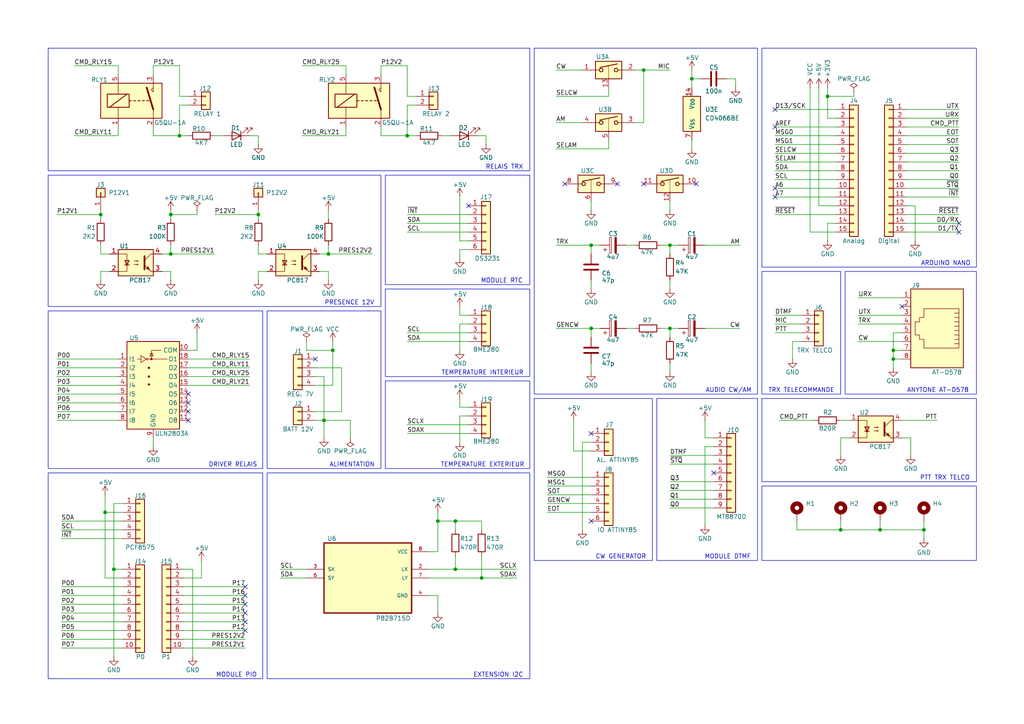
<source format=kicad_sch>
(kicad_sch (version 20250114) (generator "eeschema") (generator_version "9.0")
  (paper "A4")
  (title_block (title "Interface DTMF Remote AT-D578") (date "2025-09-17") (rev "1B") (company "F1ZIC - Nicolas F4ISE"))
  (rectangle (start 111.76 110.49) (end 153.67 135.89))
  (rectangle (start 154.94 115.57) (end 189.23 162.56))
  (rectangle (start 154.94 13.97) (end 219.71 114.3))
  (rectangle (start 13.97 90.17) (end 76.2 135.89))
  (rectangle (start 245.11 78.74) (end 283.21 114.3))
  (rectangle (start 111.76 50.8) (end 153.67 82.55))
  (rectangle (start 220.98 13.97) (end 283.21 77.47))
  (rectangle (start 111.76 83.82) (end 153.67 109.22))
  (rectangle (start 13.97 137.16) (end 76.2 196.85))
  (rectangle (start 190.5 115.57) (end 219.71 162.56))
  (rectangle (start 77.47 137.16) (end 153.67 196.85))
  (rectangle (start 220.98 140.97) (end 283.21 162.56))
  (rectangle (start 77.47 90.17) (end 110.49 135.89))
  (rectangle (start 13.97 50.8) (end 110.49 88.9))
  (rectangle (start 13.97 13.97) (end 153.67 49.53))
  (rectangle (start 220.98 115.57) (end 283.21 139.7))
  (rectangle (start 220.98 78.74) (end 243.84 114.3))
  (text "ALIMENTATION" (at 102.108 134.874 0) (effects (font (size 1.27 1.27))))
  (text "ARDUINO NANO" (at 274.32 76.454 0) (effects (font (size 1.27 1.27))))
  (text "AUDIO CW/AM" (at 211.328 113.284 0) (effects (font (size 1.27 1.27))))
  (text "DRIVER RELAIS" (at 67.564 134.874 0) (effects (font (size 1.27 1.27))))
  (text "TEMPERATURE EXTERIEUR" (at 139.954 134.874 0) (effects (font (size 1.27 1.27))))
  (text "ANYTONE AT-D578" (at 272.034 113.284 0) (effects (font (size 1.27 1.27))))
  (text "TEMPERATURE INTERIEUR" (at 139.954 108.204 0) (effects (font (size 1.27 1.27))))
  (text "TRX TELECOMMANDE" (at 232.41 113.284 0) (effects (font (size 1.27 1.27))))
  (text "MODULE DTMF" (at 211.074 161.544 0) (effects (font (size 1.27 1.27))))
  (text "MODULE RTC" (at 145.542 81.534 0) (effects (font (size 1.27 1.27))))
  (text "EXTENSION I2C" (at 144.526 195.834 0) (effects (font (size 1.27 1.27))))
  (text "PRESENCE 12V" (at 101.346 87.884 0) (effects (font (size 1.27 1.27))))
  (text "PTT TRX TELCO" (at 274.066 138.684 0) (effects (font (size 1.27 1.27))))
  (text "RELAIS TRX" (at 146.304 48.514 0) (effects (font (size 1.27 1.27))))
  (text "CW GENERATOR" (at 180.086 161.544 0) (effects (font (size 1.27 1.27))))
  (text "MODULE PIO" (at 68.58 195.834 0) (effects (font (size 1.27 1.27))))
  (junction (at 243.84 153.67))
  (junction (at 49.53 62.23))
  (junction (at 52.07 39.37))
  (junction (at 127 151.13))
  (junction (at 96.52 101.6))
  (junction (at 29.21 62.23))
  (junction (at 93.98 121.92))
  (junction (at 132.08 151.13))
  (junction (at 259.08 104.14))
  (junction (at 132.08 165.1))
  (junction (at 49.53 73.66))
  (junction (at 255.27 153.67))
  (junction (at 139.7 167.64))
  (junction (at 95.25 73.66))
  (junction (at 118.11 39.37))
  (junction (at 33.02 165.1))
  (junction (at 194.31 71.12))
  (junction (at 30.48 148.59))
  (junction (at 267.97 153.67))
  (junction (at 171.45 71.12))
  (junction (at 74.93 62.23))
  (junction (at 259.08 101.6))
  (junction (at 194.31 95.25))
  (junction (at 171.45 95.25))
  (junction (at 240.03 27.94))
  (junction (at 200.66 22.86))
  (junction (at 186.69 20.32))
  (no_connect (at 171.45 151.13))
  (no_connect (at 278.13 64.77))
  (no_connect (at 261.62 88.9))
  (no_connect (at 54.61 121.92))
  (no_connect (at 135.89 59.69))
  (no_connect (at 71.12 170.18))
  (no_connect (at 278.13 67.31))
  (no_connect (at 224.79 31.75))
  (no_connect (at 224.79 57.15))
  (no_connect (at 186.69 53.34))
  (no_connect (at 163.83 53.34))
  (no_connect (at 71.12 182.88))
  (no_connect (at 54.61 116.84))
  (no_connect (at 71.12 172.72))
  (no_connect (at 207.01 137.16))
  (no_connect (at 224.79 36.83))
  (no_connect (at 54.61 114.3))
  (no_connect (at 54.61 119.38))
  (no_connect (at 71.12 175.26))
  (no_connect (at 71.12 177.8))
  (no_connect (at 201.93 53.34))
  (no_connect (at 179.07 53.34))
  (no_connect (at 71.12 180.34))
  (no_connect (at 224.79 54.61))
  (no_connect (at 91.44 104.14))
  (no_connect (at 171.45 125.73))
  (wire (pts (xy 262.89 64.77) (xy 278.13 64.77)))
  (wire (pts (xy 16.51 111.76) (xy 34.29 111.76)))
  (wire (pts (xy 49.53 60.96) (xy 49.53 62.23)))
  (wire (pts (xy 49.53 71.12) (xy 49.53 73.66)))
  (wire (pts (xy 264.16 127) (xy 264.16 132.08)))
  (wire (pts (xy 91.44 109.22) (xy 93.98 109.22)))
  (wire (pts (xy 49.53 78.74) (xy 46.99 78.74)))
  (wire (pts (xy 133.35 120.65) (xy 133.35 128.27)))
  (wire (pts (xy 242.57 34.29) (xy 240.03 34.29)))
  (wire (pts (xy 44.45 36.83) (xy 44.45 39.37)))
  (wire (pts (xy 138.43 39.37) (xy 140.97 39.37)))
  (wire (pts (xy 124.46 165.1) (xy 132.08 165.1)))
  (wire (pts (xy 194.31 147.32) (xy 207.01 147.32)))
  (wire (pts (xy 95.25 60.96) (xy 95.25 63.5)))
  (wire (pts (xy 44.45 39.37) (xy 52.07 39.37)))
  (wire (pts (xy 33.02 165.1) (xy 35.56 165.1)))
  (wire (pts (xy 261.62 96.52) (xy 259.08 96.52)))
  (wire (pts (xy 168.91 128.27) (xy 168.91 153.67)))
  (wire (pts (xy 95.25 81.28) (xy 95.25 78.74)))
  (wire (pts (xy 62.23 39.37) (xy 64.77 39.37)))
  (wire (pts (xy 118.11 125.73) (xy 135.89 125.73)))
  (wire (pts (xy 16.51 106.68) (xy 34.29 106.68)))
  (wire (pts (xy 261.62 121.92) (xy 271.78 121.92)))
  (wire (pts (xy 132.08 151.13) (xy 132.08 153.67)))
  (wire (pts (xy 62.23 62.23) (xy 74.93 62.23)))
  (wire (pts (xy 184.15 35.56) (xy 186.69 35.56)))
  (wire (pts (xy 57.15 60.96) (xy 57.15 62.23)))
  (wire (pts (xy 110.49 19.05) (xy 110.49 21.59)))
  (wire (pts (xy 158.75 146.05) (xy 171.45 146.05)))
  (wire (pts (xy 255.27 153.67) (xy 267.97 153.67)))
  (wire (pts (xy 261.62 104.14) (xy 259.08 104.14)))
  (wire (pts (xy 161.29 27.94) (xy 176.53 27.94)))
  (wire (pts (xy 132.08 165.1) (xy 149.86 165.1)))
  (wire (pts (xy 194.31 58.42) (xy 194.31 60.96)))
  (wire (pts (xy 95.25 71.12) (xy 95.25 73.66)))
  (wire (pts (xy 17.78 187.96) (xy 35.56 187.96)))
  (wire (pts (xy 259.08 101.6) (xy 259.08 104.14)))
  (wire (pts (xy 17.78 172.72) (xy 35.56 172.72)))
  (wire (pts (xy 17.78 151.13) (xy 35.56 151.13)))
  (wire (pts (xy 259.08 101.6) (xy 261.62 101.6)))
  (wire (pts (xy 132.08 161.29) (xy 132.08 165.1)))
  (wire (pts (xy 161.29 35.56) (xy 168.91 35.56)))
  (wire (pts (xy 16.51 109.22) (xy 34.29 109.22)))
  (wire (pts (xy 224.79 44.45) (xy 242.57 44.45)))
  (wire (pts (xy 207.01 129.54) (xy 204.47 129.54)))
  (wire (pts (xy 77.47 78.74) (xy 74.93 78.74)))
  (wire (pts (xy 224.79 49.53) (xy 242.57 49.53)))
  (wire (pts (xy 173.99 95.25) (xy 171.45 95.25)))
  (wire (pts (xy 35.56 167.64) (xy 30.48 167.64)))
  (wire (pts (xy 128.27 39.37) (xy 130.81 39.37)))
  (wire (pts (xy 237.49 25.4) (xy 237.49 59.69)))
  (wire (pts (xy 242.57 59.69) (xy 237.49 59.69)))
  (wire (pts (xy 35.56 146.05) (xy 33.02 146.05)))
  (wire (pts (xy 124.46 167.64) (xy 139.7 167.64)))
  (wire (pts (xy 158.75 138.43) (xy 171.45 138.43)))
  (wire (pts (xy 74.93 71.12) (xy 74.93 73.66)))
  (wire (pts (xy 52.07 39.37) (xy 54.61 39.37)))
  (wire (pts (xy 158.75 140.97) (xy 171.45 140.97)))
  (wire (pts (xy 49.53 73.66) (xy 46.99 73.66)))
  (wire (pts (xy 93.98 121.92) (xy 93.98 127)))
  (wire (pts (xy 31.75 73.66) (xy 29.21 73.66)))
  (wire (pts (xy 74.93 39.37) (xy 74.93 41.91)))
  (wire (pts (xy 158.75 148.59) (xy 171.45 148.59)))
  (wire (pts (xy 55.88 165.1) (xy 55.88 190.5)))
  (wire (pts (xy 54.61 111.76) (xy 72.39 111.76)))
  (wire (pts (xy 17.78 180.34) (xy 35.56 180.34)))
  (wire (pts (xy 21.59 19.05) (xy 34.29 19.05)))
  (wire (pts (xy 33.02 146.05) (xy 33.02 165.1)))
  (wire (pts (xy 240.03 27.94) (xy 240.03 34.29)))
  (wire (pts (xy 133.35 118.11) (xy 135.89 118.11)))
  (wire (pts (xy 224.79 96.52) (xy 232.41 96.52)))
  (wire (pts (xy 21.59 39.37) (xy 34.29 39.37)))
  (wire (pts (xy 132.08 151.13) (xy 139.7 151.13)))
  (wire (pts (xy 53.34 185.42) (xy 71.12 185.42)))
  (wire (pts (xy 224.79 46.99) (xy 242.57 46.99)))
  (wire (pts (xy 262.89 36.83) (xy 278.13 36.83)))
  (wire (pts (xy 53.34 187.96) (xy 71.12 187.96)))
  (wire (pts (xy 259.08 104.14) (xy 259.08 106.68)))
  (wire (pts (xy 200.66 40.64) (xy 200.66 43.18)))
  (wire (pts (xy 118.11 19.05) (xy 118.11 27.94)))
  (wire (pts (xy 262.89 57.15) (xy 278.13 57.15)))
  (wire (pts (xy 54.61 30.48) (xy 52.07 30.48)))
  (wire (pts (xy 226.06 121.92) (xy 236.22 121.92)))
  (wire (pts (xy 186.69 35.56) (xy 186.69 20.32)))
  (wire (pts (xy 191.77 71.12) (xy 194.31 71.12)))
  (wire (pts (xy 30.48 148.59) (xy 30.48 143.51)))
  (wire (pts (xy 171.45 71.12) (xy 173.99 71.12)))
  (wire (pts (xy 247.65 27.94) (xy 240.03 27.94)))
  (wire (pts (xy 54.61 104.14) (xy 72.39 104.14)))
  (wire (pts (xy 124.46 172.72) (xy 127 172.72)))
  (wire (pts (xy 118.11 96.52) (xy 135.89 96.52)))
  (wire (pts (xy 158.75 143.51) (xy 171.45 143.51)))
  (wire (pts (xy 29.21 60.96) (xy 29.21 62.23)))
  (wire (pts (xy 248.92 99.06) (xy 261.62 99.06)))
  (wire (pts (xy 87.63 19.05) (xy 100.33 19.05)))
  (wire (pts (xy 262.89 62.23) (xy 278.13 62.23)))
  (wire (pts (xy 262.89 41.91) (xy 278.13 41.91)))
  (wire (pts (xy 53.34 170.18) (xy 71.12 170.18)))
  (wire (pts (xy 30.48 167.64) (xy 30.48 148.59)))
  (wire (pts (xy 261.62 127) (xy 264.16 127)))
  (wire (pts (xy 166.37 130.81) (xy 166.37 121.92)))
  (wire (pts (xy 44.45 127) (xy 44.45 129.54)))
  (wire (pts (xy 262.89 54.61) (xy 278.13 54.61)))
  (wire (pts (xy 110.49 39.37) (xy 118.11 39.37)))
  (wire (pts (xy 17.78 170.18) (xy 35.56 170.18)))
  (wire (pts (xy 171.45 130.81) (xy 166.37 130.81)))
  (wire (pts (xy 49.53 62.23) (xy 49.53 63.5)))
  (wire (pts (xy 262.89 44.45) (xy 278.13 44.45)))
  (wire (pts (xy 194.31 142.24) (xy 207.01 142.24)))
  (wire (pts (xy 29.21 71.12) (xy 29.21 73.66)))
  (wire (pts (xy 133.35 69.85) (xy 133.35 57.15)))
  (wire (pts (xy 16.51 62.23) (xy 29.21 62.23)))
  (wire (pts (xy 53.34 167.64) (xy 58.42 167.64)))
  (wire (pts (xy 243.84 153.67) (xy 243.84 151.13)))
  (wire (pts (xy 127 160.02) (xy 127 151.13)))
  (wire (pts (xy 191.77 95.25) (xy 194.31 95.25)))
  (wire (pts (xy 135.89 69.85) (xy 133.35 69.85)))
  (wire (pts (xy 248.92 93.98) (xy 261.62 93.98)))
  (wire (pts (xy 54.61 109.22) (xy 72.39 109.22)))
  (wire (pts (xy 29.21 78.74) (xy 29.21 81.28)))
  (wire (pts (xy 93.98 121.92) (xy 101.6 121.92)))
  (wire (pts (xy 77.47 73.66) (xy 74.93 73.66)))
  (wire (pts (xy 248.92 86.36) (xy 261.62 86.36)))
  (wire (pts (xy 243.84 127) (xy 243.84 132.08)))
  (wire (pts (xy 127 172.72) (xy 127 177.8)))
  (wire (pts (xy 139.7 167.64) (xy 149.86 167.64)))
  (wire (pts (xy 100.33 19.05) (xy 100.33 21.59)))
  (wire (pts (xy 93.98 109.22) (xy 93.98 121.92)))
  (wire (pts (xy 17.78 185.42) (xy 35.56 185.42)))
  (wire (pts (xy 194.31 95.25) (xy 196.85 95.25)))
  (wire (pts (xy 204.47 71.12) (xy 214.63 71.12)))
  (wire (pts (xy 161.29 43.18) (xy 176.53 43.18)))
  (wire (pts (xy 248.92 91.44) (xy 261.62 91.44)))
  (wire (pts (xy 171.45 105.41) (xy 171.45 107.95)))
  (wire (pts (xy 247.65 26.67) (xy 247.65 27.94)))
  (wire (pts (xy 118.11 39.37) (xy 120.65 39.37)))
  (wire (pts (xy 57.15 101.6) (xy 57.15 96.52)))
  (wire (pts (xy 171.45 58.42) (xy 171.45 60.96)))
  (wire (pts (xy 194.31 144.78) (xy 207.01 144.78)))
  (wire (pts (xy 49.53 81.28) (xy 49.53 78.74)))
  (wire (pts (xy 133.35 72.39) (xy 133.35 74.93)))
  (wire (pts (xy 224.79 36.83) (xy 242.57 36.83)))
  (wire (pts (xy 161.29 20.32) (xy 168.91 20.32)))
  (wire (pts (xy 118.11 62.23) (xy 135.89 62.23)))
  (wire (pts (xy 57.15 62.23) (xy 49.53 62.23)))
  (wire (pts (xy 176.53 25.4) (xy 176.53 27.94)))
  (wire (pts (xy 35.56 148.59) (xy 30.48 148.59)))
  (wire (pts (xy 53.34 180.34) (xy 71.12 180.34)))
  (wire (pts (xy 262.89 49.53) (xy 278.13 49.53)))
  (wire (pts (xy 49.53 73.66) (xy 62.23 73.66)))
  (wire (pts (xy 17.78 182.88) (xy 35.56 182.88)))
  (wire (pts (xy 213.36 22.86) (xy 213.36 25.4)))
  (wire (pts (xy 240.03 25.4) (xy 240.03 27.94)))
  (wire (pts (xy 262.89 59.69) (xy 265.43 59.69)))
  (wire (pts (xy 74.93 78.74) (xy 74.93 81.28)))
  (wire (pts (xy 95.25 73.66) (xy 92.71 73.66)))
  (wire (pts (xy 171.45 73.66) (xy 171.45 71.12)))
  (wire (pts (xy 33.02 165.1) (xy 33.02 190.5)))
  (wire (pts (xy 262.89 31.75) (xy 278.13 31.75)))
  (wire (pts (xy 234.95 25.4) (xy 234.95 67.31)))
  (wire (pts (xy 242.57 67.31) (xy 234.95 67.31)))
  (wire (pts (xy 135.89 72.39) (xy 133.35 72.39)))
  (wire (pts (xy 139.7 161.29) (xy 139.7 167.64)))
  (wire (pts (xy 139.7 151.13) (xy 139.7 153.67)))
  (wire (pts (xy 224.79 62.23) (xy 242.57 62.23)))
  (wire (pts (xy 17.78 175.26) (xy 35.56 175.26)))
  (wire (pts (xy 16.51 114.3) (xy 34.29 114.3)))
  (wire (pts (xy 16.51 116.84) (xy 34.29 116.84)))
  (wire (pts (xy 16.51 119.38) (xy 34.29 119.38)))
  (wire (pts (xy 118.11 27.94) (xy 120.65 27.94)))
  (wire (pts (xy 262.89 46.99) (xy 278.13 46.99)))
  (wire (pts (xy 262.89 52.07) (xy 278.13 52.07)))
  (wire (pts (xy 243.84 153.67) (xy 255.27 153.67)))
  (wire (pts (xy 34.29 36.83) (xy 34.29 39.37)))
  (wire (pts (xy 52.07 27.94) (xy 54.61 27.94)))
  (wire (pts (xy 133.35 91.44) (xy 135.89 91.44)))
  (wire (pts (xy 194.31 95.25) (xy 194.31 97.79)))
  (wire (pts (xy 17.78 177.8) (xy 35.56 177.8)))
  (wire (pts (xy 135.89 93.98) (xy 133.35 93.98)))
  (wire (pts (xy 194.31 71.12) (xy 194.31 73.66)))
  (wire (pts (xy 52.07 19.05) (xy 44.45 19.05)))
  (wire (pts (xy 17.78 153.67) (xy 35.56 153.67)))
  (wire (pts (xy 194.31 81.28) (xy 194.31 83.82)))
  (wire (pts (xy 224.79 39.37) (xy 242.57 39.37)))
  (wire (pts (xy 96.52 111.76) (xy 96.52 101.6)))
  (wire (pts (xy 120.65 30.48) (xy 118.11 30.48)))
  (wire (pts (xy 171.45 81.28) (xy 171.45 83.82)))
  (wire (pts (xy 44.45 19.05) (xy 44.45 21.59)))
  (wire (pts (xy 96.52 101.6) (xy 96.52 99.06)))
  (wire (pts (xy 224.79 93.98) (xy 232.41 93.98)))
  (wire (pts (xy 17.78 156.21) (xy 35.56 156.21)))
  (wire (pts (xy 81.28 167.64) (xy 88.9 167.64)))
  (wire (pts (xy 74.93 60.96) (xy 74.93 62.23)))
  (wire (pts (xy 224.79 91.44) (xy 232.41 91.44)))
  (wire (pts (xy 53.34 177.8) (xy 71.12 177.8)))
  (wire (pts (xy 181.61 95.25) (xy 184.15 95.25)))
  (wire (pts (xy 200.66 22.86) (xy 203.2 22.86)))
  (wire (pts (xy 16.51 104.14) (xy 34.29 104.14)))
  (wire (pts (xy 224.79 31.75) (xy 242.57 31.75)))
  (wire (pts (xy 133.35 88.9) (xy 133.35 91.44)))
  (wire (pts (xy 54.61 101.6) (xy 57.15 101.6)))
  (wire (pts (xy 53.34 182.88) (xy 71.12 182.88)))
  (wire (pts (xy 204.47 129.54) (xy 204.47 152.4)))
  (wire (pts (xy 194.31 20.32) (xy 186.69 20.32)))
  (wire (pts (xy 52.07 19.05) (xy 52.07 27.94)))
  (wire (pts (xy 229.87 99.06) (xy 229.87 104.14)))
  (wire (pts (xy 194.31 134.62) (xy 207.01 134.62)))
  (wire (pts (xy 110.49 36.83) (xy 110.49 39.37)))
  (wire (pts (xy 194.31 132.08) (xy 207.01 132.08)))
  (wire (pts (xy 161.29 95.25) (xy 171.45 95.25)))
  (wire (pts (xy 194.31 71.12) (xy 196.85 71.12)))
  (wire (pts (xy 200.66 20.32) (xy 200.66 22.86)))
  (wire (pts (xy 99.06 119.38) (xy 91.44 119.38)))
  (wire (pts (xy 224.79 57.15) (xy 242.57 57.15)))
  (wire (pts (xy 224.79 52.07) (xy 242.57 52.07)))
  (wire (pts (xy 171.45 97.79) (xy 171.45 95.25)))
  (wire (pts (xy 53.34 175.26) (xy 71.12 175.26)))
  (wire (pts (xy 210.82 22.86) (xy 213.36 22.86)))
  (wire (pts (xy 118.11 30.48) (xy 118.11 39.37)))
  (wire (pts (xy 74.93 62.23) (xy 74.93 63.5)))
  (wire (pts (xy 243.84 121.92) (xy 246.38 121.92)))
  (wire (pts (xy 255.27 153.67) (xy 255.27 151.13)))
  (wire (pts (xy 99.06 106.68) (xy 99.06 119.38)))
  (wire (pts (xy 204.47 95.25) (xy 214.63 95.25)))
  (wire (pts (xy 140.97 39.37) (xy 140.97 41.91)))
  (wire (pts (xy 262.89 39.37) (xy 278.13 39.37)))
  (wire (pts (xy 101.6 121.92) (xy 101.6 127)))
  (wire (pts (xy 88.9 99.06) (xy 88.9 101.6)))
  (wire (pts (xy 194.31 105.41) (xy 194.31 107.95)))
  (wire (pts (xy 91.44 106.68) (xy 99.06 106.68)))
  (wire (pts (xy 100.33 36.83) (xy 100.33 39.37)))
  (wire (pts (xy 93.98 121.92) (xy 91.44 121.92)))
  (wire (pts (xy 81.28 165.1) (xy 88.9 165.1)))
  (wire (pts (xy 265.43 59.69) (xy 265.43 69.85)))
  (wire (pts (xy 231.14 153.67) (xy 231.14 151.13)))
  (wire (pts (xy 127 151.13) (xy 132.08 151.13)))
  (wire (pts (xy 58.42 167.64) (xy 58.42 162.56)))
  (wire (pts (xy 133.35 115.57) (xy 133.35 118.11)))
  (wire (pts (xy 231.14 153.67) (xy 243.84 153.67)))
  (wire (pts (xy 124.46 160.02) (xy 127 160.02)))
  (wire (pts (xy 262.89 67.31) (xy 278.13 67.31)))
  (wire (pts (xy 29.21 62.23) (xy 29.21 63.5)))
  (wire (pts (xy 259.08 96.52) (xy 259.08 101.6)))
  (wire (pts (xy 171.45 128.27) (xy 168.91 128.27)))
  (wire (pts (xy 54.61 106.68) (xy 72.39 106.68)))
  (wire (pts (xy 181.61 71.12) (xy 184.15 71.12)))
  (wire (pts (xy 186.69 20.32) (xy 184.15 20.32)))
  (wire (pts (xy 91.44 111.76) (xy 96.52 111.76)))
  (wire (pts (xy 34.29 19.05) (xy 34.29 21.59)))
  (wire (pts (xy 224.79 54.61) (xy 242.57 54.61)))
  (wire (pts (xy 53.34 172.72) (xy 71.12 172.72)))
  (wire (pts (xy 31.75 78.74) (xy 29.21 78.74)))
  (wire (pts (xy 267.97 153.67) (xy 267.97 151.13)))
  (wire (pts (xy 95.25 78.74) (xy 92.71 78.74)))
  (wire (pts (xy 176.53 40.64) (xy 176.53 43.18)))
  (wire (pts (xy 133.35 93.98) (xy 133.35 101.6)))
  (wire (pts (xy 118.11 19.05) (xy 110.49 19.05)))
  (wire (pts (xy 200.66 22.86) (xy 200.66 25.4)))
  (wire (pts (xy 135.89 120.65) (xy 133.35 120.65)))
  (wire (pts (xy 87.63 39.37) (xy 100.33 39.37)))
  (wire (pts (xy 127 151.13) (xy 127 148.59)))
  (wire (pts (xy 118.11 123.19) (xy 135.89 123.19)))
  (wire (pts (xy 194.31 139.7) (xy 207.01 139.7)))
  (wire (pts (xy 52.07 30.48) (xy 52.07 39.37)))
  (wire (pts (xy 95.25 73.66) (xy 107.95 73.66)))
  (wire (pts (xy 204.47 121.92) (xy 204.47 127)))
  (wire (pts (xy 118.11 64.77) (xy 135.89 64.77)))
  (wire (pts (xy 240.03 64.77) (xy 240.03 69.85)))
  (wire (pts (xy 242.57 64.77) (xy 240.03 64.77)))
  (wire (pts (xy 161.29 71.12) (xy 171.45 71.12)))
  (wire (pts (xy 118.11 99.06) (xy 135.89 99.06)))
  (wire (pts (xy 246.38 127) (xy 243.84 127)))
  (wire (pts (xy 224.79 41.91) (xy 242.57 41.91)))
  (wire (pts (xy 232.41 99.06) (xy 229.87 99.06)))
  (wire (pts (xy 53.34 165.1) (xy 55.88 165.1)))
  (wire (pts (xy 88.9 101.6) (xy 96.52 101.6)))
  (wire (pts (xy 204.47 127) (xy 207.01 127)))
  (wire (pts (xy 118.11 67.31) (xy 135.89 67.31)))
  (wire (pts (xy 267.97 153.67) (xy 267.97 156.21)))
  (wire (pts (xy 72.39 39.37) (xy 74.93 39.37)))
  (wire (pts (xy 16.51 121.92) (xy 34.29 121.92)))
  (wire (pts (xy 262.89 34.29) (xy 278.13 34.29)))
  (label "GENCW" (at 158.75 146.05 0))
  (label "Q0" (at 278.13 52.07 180))
  (label "SCL" (at 118.11 67.31 0))
  (label "P17" (at 71.12 170.18 180))
  (label "SDA" (at 17.78 151.13 0))
  (label "Q1" (at 278.13 49.53 180))
  (label "GENCW" (at 161.29 95.25 0))
  (label "~{INT}" (at 118.11 62.23 0))
  (label "PRES12V1" (at 71.12 187.96 180))
  (label "SELCW" (at 224.79 44.45 0))
  (label "Q3" (at 278.13 44.45 180))
  (label "AM" (at 214.63 71.12 180))
  (label "CMD_PTT" (at 226.06 121.92 0))
  (label "Q0" (at 194.31 147.32 0))
  (label "P03" (at 16.51 111.76 0))
  (label "Q2" (at 194.31 142.24 0))
  (label "PTT" (at 271.78 121.92 180))
  (label "P16" (at 71.12 172.72 180))
  (label "PRES12V2" (at 107.95 73.66 180))
  (label "D13{slash}SCK" (at 224.79 31.75 0))
  (label "P12V1" (at 16.51 62.23 0))
  (label "SCL" (at 17.78 153.67 0))
  (label "MSG1" (at 158.75 140.97 0))
  (label "A7" (at 224.79 57.15 0))
  (label "CMD_RLY11" (at 72.39 106.68 180))
  (label "PRES12V2" (at 71.12 185.42 180))
  (label "P03" (at 17.78 177.8 0))
  (label "Q2" (at 278.13 46.99 180))
  (label "SCL" (at 81.28 165.1 0))
  (label "URX" (at 278.13 34.29 180))
  (label "MSG1" (at 224.79 41.91 0))
  (label "DTMF" (at 224.79 91.44 0))
  (label "P02" (at 17.78 175.26 0))
  (label "CMD_RLY11" (at 21.59 39.37 0))
  (label "MIC" (at 194.31 20.32 180))
  (label "~{INT}" (at 278.13 57.15 180))
  (label "P01" (at 16.51 106.68 0))
  (label "SCLX" (at 149.86 165.1 180))
  (label "~{STQ}" (at 194.31 134.62 0))
  (label "CMD_RLY25" (at 72.39 109.22 180))
  (label "CMD_RLY25" (at 87.63 19.05 0))
  (label "SDA" (at 224.79 49.53 0))
  (label "CMD_RLY15" (at 72.39 104.14 180))
  (label "P07" (at 17.78 187.96 0))
  (label "MIC" (at 224.79 93.98 0))
  (label "TRX" (at 248.92 93.98 0))
  (label "SCL" (at 224.79 52.07 0))
  (label "PRES12V1" (at 62.23 73.66 180))
  (label "~{STQ}" (at 278.13 54.61 180))
  (label "Q1" (at 194.31 144.78 0))
  (label "P12" (at 71.12 182.88 180))
  (label "CW" (at 248.92 99.06 0))
  (label "P01" (at 17.78 172.72 0))
  (label "P00" (at 17.78 170.18 0))
  (label "P05" (at 16.51 116.84 0))
  (label "P12V2" (at 62.23 62.23 0))
  (label "CW" (at 161.29 20.32 0))
  (label "CMD_RLY15" (at 21.59 19.05 0))
  (label "P14" (at 71.12 177.8 180))
  (label "SELAM" (at 224.79 46.99 0))
  (label "~{RESET}" (at 278.13 62.23 180))
  (label "~{RESET}" (at 224.79 62.23 0))
  (label "P13" (at 71.12 180.34 180))
  (label "A6" (at 224.79 54.61 0))
  (label "SELAM" (at 161.29 43.18 0))
  (label "MSG0" (at 158.75 138.43 0))
  (label "MSG0" (at 224.79 39.37 0))
  (label "P15" (at 71.12 175.26 180))
  (label "CMD_RLY21" (at 72.39 111.76 180))
  (label "P06" (at 16.51 119.38 0))
  (label "CMD_RLY21" (at 87.63 39.37 0))
  (label "UTX" (at 248.92 91.44 0))
  (label "EOT" (at 278.13 39.37 180))
  (label "SDAX" (at 118.11 125.73 0))
  (label "URX" (at 248.92 86.36 0))
  (label "SCLX" (at 118.11 123.19 0))
  (label "SDA" (at 81.28 167.64 0))
  (label "P12V2" (at 110.49 19.05 0))
  (label "SDA" (at 118.11 64.77 0))
  (label "P06" (at 17.78 185.42 0))
  (label "SOT" (at 278.13 41.91 180))
  (label "D1{slash}TX" (at 278.13 67.31 180))
  (label "SCL" (at 118.11 96.52 0))
  (label "P04" (at 17.78 180.34 0))
  (label "Q3" (at 194.31 139.7 0))
  (label "D0{slash}RX" (at 278.13 64.77 180))
  (label "P00" (at 16.51 104.14 0))
  (label "P02" (at 16.51 109.22 0))
  (label "PTT" (at 224.79 96.52 0))
  (label "P12V1" (at 44.45 19.05 0))
  (label "AREF" (at 224.79 36.83 0))
  (label "TRX" (at 161.29 71.12 0))
  (label "P04" (at 16.51 114.3 0))
  (label "SELCW" (at 161.29 27.94 0))
  (label "EOT" (at 158.75 148.59 0))
  (label "CMD_PTT" (at 278.13 36.83 180))
  (label "~{INT}" (at 17.78 156.21 0))
  (label "P07" (at 16.51 121.92 0))
  (label "P05" (at 17.78 182.88 0))
  (label "CW" (at 214.63 95.25 180))
  (label "SDAX" (at 149.86 167.64 180))
  (label "AM" (at 161.29 35.56 0))
  (label "UTX" (at 278.13 31.75 180))
  (label "DTMF" (at 194.31 132.08 0))
  (label "SOT" (at 158.75 143.51 0))
  (label "SDA" (at 118.11 99.06 0))
  (symbol (lib_id "Connector_Generic:Conn_01x15") (at 247.65 49.53 0) (unit 1)
    (property "Reference" "J4" (at 247.65 29.21 0))
    (property "Value" "Analog" (at 247.65 69.85 0))
    (property "Footprint" "Connector_PinHeader_2.54mm:PinHeader_1x15_P2.54mm_Vertical" (effects (hide yes)))
  )
  (symbol (lib_id "Connector_Generic:Conn_01x15") (at 257.81 49.53 0) (mirror y) (unit 1)
    (property "Reference" "J5" (at 257.81 29.21 0))
    (property "Value" "Digital" (at 257.81 69.85 0))
    (property "Footprint" "Connector_PinHeader_2.54mm:PinHeader_1x15_P2.54mm_Vertical" (effects (hide yes)))
  )
  (symbol (lib_id "Analog_Switch:CD4066BE") (at 176.53 20.32 0) (unit 1)
    (property "Reference" "U3" (at 174.752 16.51 0))
    (property "Value" "CD4066BE" (effects (hide yes)))
    (property "Footprint" "Package_DIP:DIP-14_W7.62mm" (effects (hide yes)))
    (property "Datasheet" "https://www.ti.com/lit/ds/symlink/cd4066b.pdf" (effects (hide yes)))
    (property "Description" "Quad 20V analog SPST 1:1 switch, DIP-14" (effects (hide yes)))
  )
  (symbol (lib_id "Connector_Generic:Conn_01x10") (at 48.26 175.26 0) (mirror y) (unit 1)
    (property "Reference" "J15" (at 50.038 162.814 0) (effects (justify left)))
    (property "Value" "P1" (at 49.53 190.5 0) (effects (justify left)))
    (property "Footprint" "Connector_PinHeader_2.54mm:PinHeader_1x10_P2.54mm_Vertical" (effects (hide yes)))
    (property "Description" "Generic connector, single row, 01x10, script generated (kicad-library-utils/schlib/autogen/connector/)" (effects (hide yes)))
  )
  (symbol (lib_id "Connector_Generic:Conn_01x01") (at 74.93 55.88 90) (unit 1)
    (property "Reference" "J11" (at 73.152 53.594 90) (effects (justify right)))
    (property "Value" "P12V2" (at 77.216 55.88 90) (effects (justify right)))
    (property "Footprint" "Connector_PinHeader_2.54mm:PinHeader_1x01_P2.54mm_Vertical" (effects (hide yes)))
    (property "Description" "Generic connector, single row, 01x01, script generated (kicad-library-utils/schlib/autogen/connector/)" (effects (hide yes)))
  )
  (symbol (lib_id "Connector_Generic:Conn_01x02") (at 125.73 27.94 0) (unit 1)
    (property "Reference" "J13" (at 123.952 25.654 0) (effects (justify left)))
    (property "Value" "RELAY 2" (at 122.428 33.02 0) (effects (justify left)))
    (property "Footprint" "TerminalBlock:TerminalBlock_MaiXu_MX126-5.0-02P_1x02_P5.00mm" (effects (hide yes)))
    (property "Description" "Generic connector, single row, 01x02, script generated (kicad-library-utils/schlib/autogen/connector/)" (effects (hide yes)))
  )
  (symbol (lib_name "GND_3") (lib_id "power:GND") (at 133.35 101.6 0) (unit 1)
    (property "Reference" "#PWR042" (effects (hide yes)))
    (property "Value" "GND" (at 133.35 105.41 0))
    (property "Description" "Power symbol creates a global label with name \"GND\" , ground" (effects (hide yes)))
  )
  (symbol (lib_name "GND_4") (lib_id "power:GND") (at 171.45 60.96 0) (unit 1)
    (property "Reference" "#PWR030" (effects (hide yes)))
    (property "Value" "GND" (at 171.45 64.77 0))
    (property "Description" "Power symbol creates a global label with name \"GND\" , ground" (effects (hide yes)))
  )
  (symbol (lib_id "Mechanical:MountingHole_Pad") (at 255.27 148.59 0) (unit 1) (in_bom no)
    (property "Reference" "H3" (at 257.81 146.0499 0) (effects (justify left)))
    (property "Value" "MountingHole_Pad" (effects (hide yes)))
    (property "Footprint" "MountingHole:MountingHole_3.2mm_M3_DIN965_Pad" (effects (hide yes)))
    (property "Description" "Mounting Hole with connection" (effects (hide yes)))
  )
  (symbol (lib_name "GND_1") (lib_id "power:GND") (at 171.45 107.95 0) (unit 1)
    (property "Reference" "#PWR018" (effects (hide yes)))
    (property "Value" "GND" (at 171.45 111.76 0))
    (property "Description" "Power symbol creates a global label with name \"GND\" , ground" (effects (hide yes)))
  )
  (symbol (lib_name "+5V_1") (lib_id "power:+5V") (at 30.48 143.51 0) (mirror y) (unit 1)
    (property "Reference" "#PWR040" (effects (hide yes)))
    (property "Value" "+5V" (at 30.48 139.954 0))
    (property "Description" "Power symbol creates a global label with name \"+5V\"" (effects (hide yes)))
  )
  (symbol (lib_id "Analog_Switch:CD4066BE") (at 171.45 53.34 0) (unit 3)
    (property "Reference" "U3" (at 170.434 49.53 0))
    (property "Value" "CD4066BE" (effects (hide yes)))
    (property "Footprint" "Package_DIP:DIP-14_W7.62mm" (effects (hide yes)))
    (property "Datasheet" "https://www.ti.com/lit/ds/symlink/cd4066b.pdf" (effects (hide yes)))
    (property "Description" "Quad 20V analog SPST 1:1 switch, DIP-14" (effects (hide yes)))
  )
  (symbol (lib_id "Device:R") (at 187.96 71.12 90) (unit 1)
    (property "Reference" "R6" (at 187.706 68.834 90))
    (property "Value" "47K" (at 187.706 73.152 90))
    (property "Footprint" "Resistor_THT:R_Axial_DIN0204_L3.6mm_D1.6mm_P7.62mm_Horizontal" (effects (hide yes)))
    (property "Description" "Resistor" (effects (hide yes)))
  )
  (symbol (lib_id "Device:C_Polarized") (at 177.8 95.25 90) (unit 1)
    (property "Reference" "C4" (at 177.8 91.948 90))
    (property "Value" "4u7" (at 177.8 98.552 90))
    (property "Footprint" "Capacitor_THT:CP_Radial_D5.0mm_P2.50mm" (effects (hide yes)))
    (property "Description" "Polarized capacitor" (effects (hide yes)))
  )
  (symbol (lib_name "GND_3") (lib_id "power:GND") (at 168.91 153.67 0) (unit 1)
    (property "Reference" "#PWR022" (effects (hide yes)))
    (property "Value" "GND" (at 168.91 157.48 0))
    (property "Description" "Power symbol creates a global label with name \"GND\" , ground" (effects (hide yes)))
  )
  (symbol (lib_name "GND_3") (lib_id "power:GND") (at 133.35 128.27 0) (unit 1)
    (property "Reference" "#PWR045" (effects (hide yes)))
    (property "Value" "GND" (at 133.35 132.08 0))
    (property "Description" "Power symbol creates a global label with name \"GND\" , ground" (effects (hide yes)))
  )
  (symbol (lib_id "Device:LED") (at 68.58 39.37 180) (unit 1)
    (property "Reference" "D1" (at 68.326 37.084 0))
    (property "Value" "LED" (at 68.58 41.91 0))
    (property "Footprint" "LED_THT:LED_D3.0mm" (effects (hide yes)))
    (property "Description" "Light emitting diode" (effects (hide yes)))
    (property "Sim.Pins" "1=K 2=A" (effects (hide yes)))
  )
  (symbol (lib_name "GND_4") (lib_id "power:GND") (at 229.87 104.14 0) (unit 1)
    (property "Reference" "#PWR020" (effects (hide yes)))
    (property "Value" "GND" (at 229.87 107.95 0))
    (property "Description" "Power symbol creates a global label with name \"GND\" , ground" (effects (hide yes)))
  )
  (symbol (lib_name "GND_1") (lib_id "power:GND") (at 194.31 107.95 0) (unit 1)
    (property "Reference" "#PWR014" (effects (hide yes)))
    (property "Value" "GND" (at 194.31 111.76 0))
    (property "Description" "Power symbol creates a global label with name \"GND\" , ground" (effects (hide yes)))
  )
  (symbol (lib_name "+5V_2") (lib_id "power:+5V") (at 166.37 121.92 0) (unit 1)
    (property "Reference" "#PWR021" (effects (hide yes)))
    (property "Value" "+5V" (at 166.37 118.364 0))
    (property "Description" "Power symbol creates a global label with name \"+5V\"" (effects (hide yes)))
  )
  (symbol (lib_id "power:PWR_FLAG") (at 88.9 99.06 0) (unit 1)
    (property "Reference" "#FLG02" (effects (hide yes)))
    (property "Value" "PWR_FLAG" (at 88.9 95.504 0))
    (property "Description" "Special symbol for telling ERC where power comes from" (effects (hide yes)))
  )
  (symbol (lib_name "+5V_1") (lib_id "power:+5V") (at 133.35 115.57 0) (mirror y) (unit 1)
    (property "Reference" "#PWR044" (effects (hide yes)))
    (property "Value" "+5V" (at 133.35 112.014 0))
    (property "Description" "Power symbol creates a global label with name \"+5V\"" (effects (hide yes)))
  )
  (symbol (lib_id "Device:R") (at 187.96 95.25 90) (unit 1)
    (property "Reference" "R7" (at 187.706 92.964 90))
    (property "Value" "47K" (at 187.706 97.282 90))
    (property "Footprint" "Resistor_THT:R_Axial_DIN0204_L3.6mm_D1.6mm_P7.62mm_Horizontal" (effects (hide yes)))
    (property "Description" "Resistor" (effects (hide yes)))
  )
  (symbol (lib_name "GND_4") (lib_id "power:GND") (at 264.16 132.08 0) (unit 1)
    (property "Reference" "#PWR012" (effects (hide yes)))
    (property "Value" "GND" (at 264.16 135.89 0))
    (property "Description" "Power symbol creates a global label with name \"GND\" , ground" (effects (hide yes)))
  )
  (symbol (lib_id "Relay:G5Q-1A") (at 105.41 29.21 0) (unit 1)
    (property "Reference" "RLY2" (at 92.456 23.114 0) (effects (justify left)))
    (property "Value" "G5QU-1A" (at 110.744 35.56 0) (effects (justify left)))
    (property "Footprint" "Relay_THT:Relay_SPST_Omron-G5Q-1A" (effects (hide yes)))
    (property "Datasheet" "https://www.omron.com/ecb/products/pdf/en-g5q.pdf" (effects (hide yes)))
    (property "Description" "Omron G5Q relay, Miniature Single Pole, SPST-NO, 10A" (effects (hide yes)))
  )
  (symbol (lib_id "P82B715D:P82B715D") (at 106.68 167.64 0) (unit 1)
    (property "Reference" "U6" (at 96.266 156.21 0))
    (property "Value" "P82B715D" (at 114.046 179.324 0))
    (property "Footprint" "Package_DIP:DIP-8_W7.62mm" (effects (hide yes)))
    (property "MF" "Texas Instruments" (effects (hide yes)))
    (property "Description_1" "2-bit bidirectional 3- to 12-V 400-kHz I2C/SMBus buffer/cable extender" (effects (hide yes)))
    (property "Package" "SOIC-8 Texas Instruments" (effects (hide yes)))
    (property "Price" "None" (effects (hide yes)))
    (property "SnapEDA_Link" "https://www.snapeda.com/parts/P82B715D/Texas+Instruments/view-part/?ref=snap" (effects (hide yes)))
    (property "MP" "P82B715D" (effects (hide yes)))
    (property "Availability" "In Stock" (effects (hide yes)))
    (property "Check_prices" "https://www.snapeda.com/parts/P82B715D/Texas+Instruments/view-part/?ref=eda" (effects (hide yes)))
  )
  (symbol (lib_name "+5V_1") (lib_id "power:+5V") (at 58.42 162.56 0) (mirror y) (unit 1)
    (property "Reference" "#PWR041" (effects (hide yes)))
    (property "Value" "+5V" (at 58.42 159.004 0))
    (property "Description" "Power symbol creates a global label with name \"+5V\"" (effects (hide yes)))
  )
  (symbol (lib_name "GND_4") (lib_id "power:GND") (at 267.97 156.21 0) (unit 1)
    (property "Reference" "#PWR05" (effects (hide yes)))
    (property "Value" "GND" (at 267.97 160.274 0))
    (property "Description" "Power symbol creates a global label with name \"GND\" , ground" (effects (hide yes)))
  )
  (symbol (lib_name "+5V_1") (lib_id "power:+5V") (at 133.35 88.9 0) (mirror y) (unit 1)
    (property "Reference" "#PWR043" (effects (hide yes)))
    (property "Value" "+5V" (at 133.35 85.344 0))
    (property "Description" "Power symbol creates a global label with name \"+5V\"" (effects (hide yes)))
  )
  (symbol (lib_name "GND_4") (lib_id "power:GND") (at 265.43 69.85 0) (unit 1)
    (property "Reference" "#PWR08" (effects (hide yes)))
    (property "Value" "GND" (at 265.43 73.66 0))
    (property "Description" "Power symbol creates a global label with name \"GND\" , ground" (effects (hide yes)))
  )
  (symbol (lib_id "Device:R") (at 29.21 67.31 0) (unit 1)
    (property "Reference" "R1" (at 25.146 66.04 0) (effects (justify left)))
    (property "Value" "2K2" (at 23.876 68.58 0) (effects (justify left)))
    (property "Footprint" "Resistor_THT:R_Axial_DIN0204_L3.6mm_D1.6mm_P7.62mm_Horizontal" (effects (hide yes)))
    (property "Description" "Resistor" (effects (hide yes)))
  )
  (symbol (lib_name "GND_4") (lib_id "power:GND") (at 55.88 190.5 0) (unit 1)
    (property "Reference" "#PWR039" (effects (hide yes)))
    (property "Value" "GND" (at 55.88 194.31 0))
    (property "Description" "Power symbol creates a global label with name \"GND\" , ground" (effects (hide yes)))
  )
  (symbol (lib_id "Connector_Generic:Conn_01x05") (at 40.64 151.13 0) (unit 1)
    (property "Reference" "J16" (at 38.862 143.764 0) (effects (justify left)))
    (property "Value" "PCF8575" (at 36.322 158.75 0) (effects (justify left)))
    (property "Footprint" "Connector_PinHeader_2.54mm:PinHeader_1x05_P2.54mm_Vertical" (effects (hide yes)))
    (property "Description" "Generic connector, single row, 01x05, script generated (kicad-library-utils/schlib/autogen/connector/)" (effects (hide yes)))
  )
  (symbol (lib_id "Device:C") (at 207.01 22.86 90) (unit 1)
    (property "Reference" "C5" (at 207.01 19.558 90))
    (property "Value" "100n" (at 207.01 26.416 90))
    (property "Footprint" "Capacitor_THT:C_Rect_L7.0mm_W3.5mm_P5.00mm" (effects (hide yes)))
    (property "Description" "Unpolarized capacitor" (effects (hide yes)))
  )
  (symbol (lib_id "Connector_Generic:Conn_01x03") (at 176.53 128.27 0) (unit 1)
    (property "Reference" "J7" (at 175.514 123.19 0) (effects (justify left)))
    (property "Value" "AL. ATTINY85" (at 172.974 133.35 0) (effects (justify left)))
    (property "Footprint" "Connector_PinHeader_2.54mm:PinHeader_1x03_P2.54mm_Vertical" (effects (hide yes)))
    (property "Description" "Generic connector, single row, 01x03, script generated (kicad-library-utils/schlib/autogen/connector/)" (effects (hide yes)))
  )
  (symbol (lib_name "GND_1") (lib_id "power:GND") (at 204.47 152.4 0) (unit 1)
    (property "Reference" "#PWR025" (effects (hide yes)))
    (property "Value" "GND" (at 204.47 156.21 0))
    (property "Description" "Power symbol creates a global label with name \"GND\" , ground" (effects (hide yes)))
  )
  (symbol (lib_id "Connector_Generic:Conn_01x04") (at 237.49 93.98 0) (unit 1)
    (property "Reference" "J6" (at 236.22 89.154 0) (effects (justify left)))
    (property "Value" "TRX TELCO" (at 231.14 101.6 0) (effects (justify left)))
    (property "Footprint" "Connector_PinHeader_2.54mm:PinHeader_1x04_P2.54mm_Vertical" (effects (hide yes)))
    (property "Description" "Generic connector, single row, 01x04, script generated (kicad-library-utils/schlib/autogen/connector/)" (effects (hide yes)))
  )
  (symbol (lib_name "GND_4") (lib_id "power:GND") (at 74.93 81.28 0) (unit 1)
    (property "Reference" "#PWR027" (effects (hide yes)))
    (property "Value" "GND" (at 74.93 85.09 0))
    (property "Description" "Power symbol creates a global label with name \"GND\" , ground" (effects (hide yes)))
  )
  (symbol (lib_id "Device:C_Polarized") (at 200.66 71.12 90) (unit 1)
    (property "Reference" "C1" (at 200.66 67.818 90))
    (property "Value" "4u7" (at 200.66 74.422 90))
    (property "Footprint" "Capacitor_THT:CP_Radial_D5.0mm_P2.50mm" (effects (hide yes)))
    (property "Description" "Polarized capacitor" (effects (hide yes)))
  )
  (symbol (lib_id "Device:C_Polarized") (at 177.8 71.12 90) (unit 1)
    (property "Reference" "C3" (at 177.8 67.818 90))
    (property "Value" "4u7" (at 177.8 74.422 90))
    (property "Footprint" "Capacitor_THT:CP_Radial_D5.0mm_P2.50mm" (effects (hide yes)))
    (property "Description" "Polarized capacitor" (effects (hide yes)))
  )
  (symbol (lib_name "GND_1") (lib_id "power:GND") (at 171.45 83.82 0) (unit 1)
    (property "Reference" "#PWR017" (effects (hide yes)))
    (property "Value" "GND" (at 171.45 87.63 0))
    (property "Description" "Power symbol creates a global label with name \"GND\" , ground" (effects (hide yes)))
  )
  (symbol (lib_id "Mechanical:MountingHole_Pad") (at 231.14 148.59 0) (unit 1) (in_bom no)
    (property "Reference" "H1" (at 233.68 146.0499 0) (effects (justify left)))
    (property "Value" "MountingHole_Pad" (effects (hide yes)))
    (property "Footprint" "MountingHole:MountingHole_3.2mm_M3_DIN965_Pad" (effects (hide yes)))
    (property "Description" "Mounting Hole with connection" (effects (hide yes)))
  )
  (symbol (lib_id "Device:R") (at 95.25 67.31 0) (unit 1)
    (property "Reference" "R9" (at 93.98 66.04 0) (effects (justify right)))
    (property "Value" "100K" (at 93.98 68.58 0) (effects (justify right)))
    (property "Footprint" "Resistor_THT:R_Axial_DIN0204_L3.6mm_D1.6mm_P7.62mm_Horizontal" (effects (hide yes)))
    (property "Description" "Resistor" (effects (hide yes)))
  )
  (symbol (lib_id "Device:R") (at 194.31 77.47 0) (unit 1)
    (property "Reference" "R4" (at 195.834 76.2 0) (effects (justify left)))
    (property "Value" "47K" (at 195.834 78.74 0) (effects (justify left)))
    (property "Footprint" "Resistor_THT:R_Axial_DIN0204_L3.6mm_D1.6mm_P7.62mm_Horizontal" (effects (hide yes)))
    (property "Description" "Resistor" (effects (hide yes)))
  )
  (symbol (lib_name "GND_4") (lib_id "power:GND") (at 44.45 129.54 0) (unit 1)
    (property "Reference" "#PWR032" (effects (hide yes)))
    (property "Value" "GND" (at 44.45 133.35 0))
    (property "Description" "Power symbol creates a global label with name \"GND\" , ground" (effects (hide yes)))
  )
  (symbol (lib_id "power:PWR_FLAG") (at 101.6 127 180) (unit 1)
    (property "Reference" "#FLG01" (effects (hide yes)))
    (property "Value" "PWR_FLAG" (at 101.6 130.81 0))
    (property "Description" "Special symbol for telling ERC where power comes from" (effects (hide yes)))
  )
  (symbol (lib_id "Analog_Switch:CD4066BE") (at 200.66 33.02 0) (unit 5)
    (property "Reference" "U3" (at 204.47 31.7499 0) (effects (justify left)))
    (property "Value" "CD4066BE" (at 204.47 34.2899 0) (effects (justify left)))
    (property "Footprint" "Package_DIP:DIP-14_W7.62mm" (effects (hide yes)))
    (property "Datasheet" "https://www.ti.com/lit/ds/symlink/cd4066b.pdf" (effects (hide yes)))
    (property "Description" "Quad 20V analog SPST 1:1 switch, DIP-14" (effects (hide yes)))
  )
  (symbol (lib_name "+5V_1") (lib_id "power:+5V") (at 133.35 57.15 0) (mirror y) (unit 1)
    (property "Reference" "#PWR037" (effects (hide yes)))
    (property "Value" "+5V" (at 133.35 53.594 0))
    (property "Description" "Power symbol creates a global label with name \"+5V\"" (effects (hide yes)))
  )
  (symbol (lib_id "Connector:RJ45") (at 271.78 93.98 180) (unit 1)
    (property "Reference" "J9" (at 264.414 82.804 0) (effects (justify right)))
    (property "Value" "AT-D578" (at 270.256 107.95 0) (effects (justify right)))
    (property "Footprint" "Connector_RJ:RJ45_Amphenol_54602-x08_Horizontal" (effects (hide yes)))
    (property "Description" "RJ connector, 8P8C (8 positions 8 connected)" (effects (hide yes)))
  )
  (symbol (lib_id "Device:R") (at 132.08 157.48 0) (unit 1)
    (property "Reference" "R12" (at 133.35 156.21 0) (effects (justify left)))
    (property "Value" "470R" (at 133.35 158.75 0) (effects (justify left)))
    (property "Footprint" "Resistor_THT:R_Axial_DIN0204_L3.6mm_D1.6mm_P7.62mm_Horizontal" (effects (hide yes)))
    (property "Description" "Resistor" (effects (hide yes)))
  )
  (symbol (lib_name "+5V_1") (lib_id "power:+5V") (at 204.47 121.92 0) (unit 1)
    (property "Reference" "#PWR024" (effects (hide yes)))
    (property "Value" "+5V" (at 204.47 118.364 0))
    (property "Description" "Power symbol creates a global label with name \"+5V\"" (effects (hide yes)))
  )
  (symbol (lib_name "VCC_1") (lib_id "power:VCC") (at 96.52 99.06 0) (mirror y) (unit 1)
    (property "Reference" "#PWR03" (effects (hide yes)))
    (property "Value" "VCC" (at 96.52 95.504 0))
    (property "Description" "Power symbol creates a global label with name \"VCC\"" (effects (hide yes)))
  )
  (symbol (lib_id "power:+3V3") (at 240.03 25.4 0) (unit 1)
    (property "Reference" "#PWR04" (effects (hide yes)))
    (property "Value" "+3V3" (at 240.03 19.812 90))
    (property "Description" "Power symbol creates a global label with name \"+3V3\"" (effects (hide yes)))
  )
  (symbol (lib_name "GND_4") (lib_id "power:GND") (at 259.08 106.68 0) (unit 1)
    (property "Reference" "#PWR023" (effects (hide yes)))
    (property "Value" "GND" (at 259.08 110.49 0))
    (property "Description" "Power symbol creates a global label with name \"GND\" , ground" (effects (hide yes)))
  )
  (symbol (lib_id "Mechanical:MountingHole_Pad") (at 267.97 148.59 0) (unit 1) (in_bom no)
    (property "Reference" "H4" (at 270.51 146.0499 0) (effects (justify left)))
    (property "Value" "MountingHole_Pad" (effects (hide yes)))
    (property "Footprint" "MountingHole:MountingHole_3.2mm_M3_DIN965_Pad" (effects (hide yes)))
    (property "Description" "Mounting Hole with connection" (effects (hide yes)))
  )
  (symbol (lib_id "Isolator:PC817") (at 39.37 76.2 0) (unit 1)
    (property "Reference" "U1" (at 36.068 71.374 0))
    (property "Value" "PC817" (at 40.64 81.28 0))
    (property "Footprint" "Package_DIP:DIP-4_W7.62mm" (effects (hide yes)))
    (property "Datasheet" "http://www.soselectronic.cz/a_info/resource/d/pc817.pdf" (effects (hide yes)))
    (property "Description" "DC Optocoupler, Vce 35V, CTR 50-300%, DIP-4" (effects (hide yes)))
  )
  (symbol (lib_id "Device:R") (at 49.53 67.31 0) (unit 1)
    (property "Reference" "R3" (at 48.26 66.04 0) (effects (justify right)))
    (property "Value" "100K" (at 48.26 68.58 0) (effects (justify right)))
    (property "Footprint" "Resistor_THT:R_Axial_DIN0204_L3.6mm_D1.6mm_P7.62mm_Horizontal" (effects (hide yes)))
    (property "Description" "Resistor" (effects (hide yes)))
  )
  (symbol (lib_name "GND_4") (lib_id "power:GND") (at 243.84 132.08 0) (unit 1)
    (property "Reference" "#PWR011" (effects (hide yes)))
    (property "Value" "GND" (at 243.84 135.89 0))
    (property "Description" "Power symbol creates a global label with name \"GND\" , ground" (effects (hide yes)))
  )
  (symbol (lib_name "+5V_1") (lib_id "power:+5V") (at 200.66 20.32 0) (mirror y) (unit 1)
    (property "Reference" "#PWR015" (effects (hide yes)))
    (property "Value" "+5V" (at 200.66 16.764 0))
    (property "Description" "Power symbol creates a global label with name \"+5V\"" (effects (hide yes)))
  )
  (symbol (lib_id "Device:C_Polarized") (at 200.66 95.25 90) (unit 1)
    (property "Reference" "C2" (at 200.66 91.948 90))
    (property "Value" "4u7" (at 200.66 98.552 90))
    (property "Footprint" "Capacitor_THT:CP_Radial_D5.0mm_P2.50mm" (effects (hide yes)))
    (property "Description" "Polarized capacitor" (effects (hide yes)))
  )
  (symbol (lib_name "VCC_1") (lib_id "power:VCC") (at 234.95 25.4 0) (mirror y) (unit 1)
    (property "Reference" "#PWR026" (effects (hide yes)))
    (property "Value" "VCC" (at 234.95 20.066 90))
    (property "Description" "Power symbol creates a global label with name \"VCC\"" (effects (hide yes)))
  )
  (symbol (lib_name "GND_4") (lib_id "power:GND") (at 49.53 81.28 0) (unit 1)
    (property "Reference" "#PWR010" (effects (hide yes)))
    (property "Value" "GND" (at 49.53 85.09 0))
    (property "Description" "Power symbol creates a global label with name \"GND\" , ground" (effects (hide yes)))
  )
  (symbol (lib_id "Connector_Generic:Conn_01x06") (at 176.53 143.51 0) (unit 1)
    (property "Reference" "J8" (at 175.26 136.144 0) (effects (justify left)))
    (property "Value" "IO ATTINY85" (at 173.228 153.67 0) (effects (justify left)))
    (property "Footprint" "Connector_PinHeader_2.54mm:PinHeader_1x06_P2.54mm_Vertical" (effects (hide yes)))
    (property "Description" "Generic connector, single row, 01x06, script generated (kicad-library-utils/schlib/autogen/connector/)" (effects (hide yes)))
  )
  (symbol (lib_name "GND_3") (lib_id "power:GND") (at 127 177.8 0) (unit 1)
    (property "Reference" "#PWR047" (effects (hide yes)))
    (property "Value" "GND" (at 127 181.61 0))
    (property "Description" "Power symbol creates a global label with name \"GND\" , ground" (effects (hide yes)))
  )
  (symbol (lib_id "Connector_Generic:Conn_01x02") (at 86.36 119.38 0) (mirror y) (unit 1)
    (property "Reference" "J2" (at 87.63 117.094 0) (effects (justify left)))
    (property "Value" "BATT 12V" (at 90.932 124.46 0) (effects (justify left)))
    (property "Footprint" "TerminalBlock:TerminalBlock_MaiXu_MX126-5.0-02P_1x02_P5.00mm" (effects (hide yes)))
    (property "Description" "Generic connector, single row, 01x02, script generated (kicad-library-utils/schlib/autogen/connector/)" (effects (hide yes)))
  )
  (symbol (lib_name "GND_1") (lib_id "power:GND") (at 194.31 83.82 0) (unit 1)
    (property "Reference" "#PWR013" (effects (hide yes)))
    (property "Value" "GND" (at 194.31 87.63 0))
    (property "Description" "Power symbol creates a global label with name \"GND\" , ground" (effects (hide yes)))
  )
  (symbol (lib_name "GND_4") (lib_id "power:GND") (at 74.93 41.91 0) (unit 1)
    (property "Reference" "#PWR034" (effects (hide yes)))
    (property "Value" "GND" (at 74.93 45.72 0))
    (property "Description" "Power symbol creates a global label with name \"GND\" , ground" (effects (hide yes)))
  )
  (symbol (lib_name "GND_4") (lib_id "power:GND") (at 194.31 60.96 0) (unit 1)
    (property "Reference" "#PWR031" (effects (hide yes)))
    (property "Value" "GND" (at 194.31 64.77 0))
    (property "Description" "Power symbol creates a global label with name \"GND\" , ground" (effects (hide yes)))
  )
  (symbol (lib_id "Mechanical:MountingHole_Pad") (at 243.84 148.59 0) (unit 1) (in_bom no)
    (property "Reference" "H2" (at 246.38 146.0499 0) (effects (justify left)))
    (property "Value" "MountingHole_Pad" (effects (hide yes)))
    (property "Footprint" "MountingHole:MountingHole_3.2mm_M3_DIN965_Pad" (effects (hide yes)))
    (property "Description" "Mounting Hole with connection" (effects (hide yes)))
  )
  (symbol (lib_name "GND_4") (lib_id "power:GND") (at 213.36 25.4 0) (unit 1)
    (property "Reference" "#PWR019" (effects (hide yes)))
    (property "Value" "GND" (at 213.36 29.21 0))
    (property "Description" "Power symbol creates a global label with name \"GND\" , ground" (effects (hide yes)))
  )
  (symbol (lib_name "GND_4") (lib_id "power:GND") (at 29.21 81.28 0) (unit 1)
    (property "Reference" "#PWR07" (effects (hide yes)))
    (property "Value" "GND" (at 29.21 85.09 0))
    (property "Description" "Power symbol creates a global label with name \"GND\" , ground" (effects (hide yes)))
  )
  (symbol (lib_id "Analog_Switch:CD4066BE") (at 176.53 35.56 0) (unit 2)
    (property "Reference" "U3" (at 175.514 31.75 0))
    (property "Value" "CD4066BE" (effects (hide yes)))
    (property "Footprint" "Package_DIP:DIP-14_W7.62mm" (effects (hide yes)))
    (property "Datasheet" "https://www.ti.com/lit/ds/symlink/cd4066b.pdf" (effects (hide yes)))
    (property "Description" "Quad 20V analog SPST 1:1 switch, DIP-14" (effects (hide yes)))
  )
  (symbol (lib_id "Isolator:PC817") (at 85.09 76.2 0) (unit 1)
    (property "Reference" "U4" (at 81.788 71.374 0))
    (property "Value" "PC817" (at 86.36 81.28 0))
    (property "Footprint" "Package_DIP:DIP-4_W7.62mm" (effects (hide yes)))
    (property "Datasheet" "http://www.soselectronic.cz/a_info/resource/d/pc817.pdf" (effects (hide yes)))
    (property "Description" "DC Optocoupler, Vce 35V, CTR 50-300%, DIP-4" (effects (hide yes)))
  )
  (symbol (lib_name "GND_4") (lib_id "power:GND") (at 33.02 190.5 0) (unit 1)
    (property "Reference" "#PWR038" (effects (hide yes)))
    (property "Value" "GND" (at 33.02 194.31 0))
    (property "Description" "Power symbol creates a global label with name \"GND\" , ground" (effects (hide yes)))
  )
  (symbol (lib_id "Connector_Generic:Conn_01x02") (at 59.69 27.94 0) (unit 1)
    (property "Reference" "J12" (at 57.658 25.654 0) (effects (justify left)))
    (property "Value" "RELAY 1" (at 56.134 33.02 0) (effects (justify left)))
    (property "Footprint" "TerminalBlock:TerminalBlock_MaiXu_MX126-5.0-02P_1x02_P5.00mm" (effects (hide yes)))
    (property "Description" "Generic connector, single row, 01x02, script generated (kicad-library-utils/schlib/autogen/connector/)" (effects (hide yes)))
  )
  (symbol (lib_id "Device:R") (at 74.93 67.31 0) (unit 1)
    (property "Reference" "R8" (at 70.866 66.04 0) (effects (justify left)))
    (property "Value" "2K2" (at 69.596 68.58 0) (effects (justify left)))
    (property "Footprint" "Resistor_THT:R_Axial_DIN0204_L3.6mm_D1.6mm_P7.62mm_Horizontal" (effects (hide yes)))
    (property "Description" "Resistor" (effects (hide yes)))
  )
  (symbol (lib_name "GND_4") (lib_id "power:GND") (at 95.25 81.28 0) (unit 1)
    (property "Reference" "#PWR029" (effects (hide yes)))
    (property "Value" "GND" (at 95.25 85.09 0))
    (property "Description" "Power symbol creates a global label with name \"GND\" , ground" (effects (hide yes)))
  )
  (symbol (lib_name "GND_4") (lib_id "power:GND") (at 200.66 43.18 0) (unit 1)
    (property "Reference" "#PWR016" (effects (hide yes)))
    (property "Value" "GND" (at 200.66 46.99 0))
    (property "Description" "Power symbol creates a global label with name \"GND\" , ground" (effects (hide yes)))
  )
  (symbol (lib_name "+5V_1") (lib_id "power:+5V") (at 95.25 60.96 0) (mirror y) (unit 1)
    (property "Reference" "#PWR028" (effects (hide yes)))
    (property "Value" "+5V" (at 95.25 57.404 0))
    (property "Description" "Power symbol creates a global label with name \"+5V\"" (effects (hide yes)))
  )
  (symbol (lib_id "Device:R") (at 194.31 101.6 0) (unit 1)
    (property "Reference" "R5" (at 195.834 100.33 0) (effects (justify left)))
    (property "Value" "47K" (at 195.834 102.87 0) (effects (justify left)))
    (property "Footprint" "Resistor_THT:R_Axial_DIN0204_L3.6mm_D1.6mm_P7.62mm_Horizontal" (effects (hide yes)))
    (property "Description" "Resistor" (effects (hide yes)))
  )
  (symbol (lib_id "Transistor_Array:ULN2803A") (at 44.45 109.22 0) (unit 1)
    (property "Reference" "U5" (at 38.862 98.044 0))
    (property "Value" "ULN2803A" (at 49.784 125.73 0))
    (property "Footprint" "Package_DIP:DIP-18_W7.62mm" (effects (hide yes)))
    (property "Datasheet" "http://www.ti.com/lit/ds/symlink/uln2803a.pdf" (effects (hide yes)))
    (property "Description" "Darlington Transistor Arrays, SOIC18/DIP18" (effects (hide yes)))
  )
  (symbol (lib_name "GND_2") (lib_id "power:GND") (at 133.35 74.93 0) (mirror y) (unit 1)
    (property "Reference" "#PWR036" (effects (hide yes)))
    (property "Value" "GND" (at 133.35 78.74 0))
    (property "Description" "Power symbol creates a global label with name \"GND\" , ground" (effects (hide yes)))
  )
  (symbol (lib_name "+5V_1") (lib_id "power:+5V") (at 237.49 25.4 0) (mirror y) (unit 1)
    (property "Reference" "#PWR02" (effects (hide yes)))
    (property "Value" "+5V" (at 237.49 20.32 90))
    (property "Description" "Power symbol creates a global label with name \"+5V\"" (effects (hide yes)))
  )
  (symbol (lib_id "Device:LED") (at 134.62 39.37 180) (unit 1)
    (property "Reference" "D2" (at 134.366 37.084 0))
    (property "Value" "LED" (at 134.62 41.91 0))
    (property "Footprint" "LED_THT:LED_D3.0mm" (effects (hide yes)))
    (property "Description" "Light emitting diode" (effects (hide yes)))
    (property "Sim.Pins" "1=K 2=A" (effects (hide yes)))
  )
  (symbol (lib_id "Device:C") (at 171.45 101.6 0) (unit 1)
    (property "Reference" "C7" (at 174.498 103.378 0) (effects (justify left)))
    (property "Value" "47p" (at 174.498 105.41 0) (effects (justify left)))
    (property "Footprint" "Capacitor_THT:C_Rect_L7.0mm_W3.5mm_P5.00mm" (effects (hide yes)))
    (property "Description" "Unpolarized capacitor" (effects (hide yes)))
  )
  (symbol (lib_id "Connector_Generic:Conn_01x01") (at 29.21 55.88 90) (unit 1)
    (property "Reference" "J3" (at 27.94 53.594 90) (effects (justify right)))
    (property "Value" "P12V1" (at 31.496 55.88 90) (effects (justify right)))
    (property "Footprint" "Connector_PinHeader_2.54mm:PinHeader_1x01_P2.54mm_Vertical" (effects (hide yes)))
    (property "Description" "Generic connector, single row, 01x01, script generated (kicad-library-utils/schlib/autogen/connector/)" (effects (hide yes)))
  )
  (symbol (lib_name "+5V_1") (lib_id "power:+5V") (at 57.15 96.52 0) (mirror y) (unit 1)
    (property "Reference" "#PWR033" (effects (hide yes)))
    (property "Value" "+5V" (at 57.15 92.964 0))
    (property "Description" "Power symbol creates a global label with name \"+5V\"" (effects (hide yes)))
  )
  (symbol (lib_name "GND_2") (lib_id "power:GND") (at 93.98 127 0) (mirror y) (unit 1)
    (property "Reference" "#PWR01" (effects (hide yes)))
    (property "Value" "GND" (at 93.98 130.81 0))
    (property "Description" "Power symbol creates a global label with name \"GND\" , ground" (effects (hide yes)))
  )
  (symbol (lib_id "Connector_Generic:Conn_01x09") (at 212.09 137.16 0) (unit 1)
    (property "Reference" "J10" (at 210.82 124.714 0) (effects (justify left)))
    (property "Value" "MT8870D" (at 207.772 149.86 0) (effects (justify left)))
    (property "Footprint" "Connector_PinHeader_2.54mm:PinHeader_1x09_P2.54mm_Vertical" (effects (hide yes)))
    (property "Description" "Generic connector, single row, 01x09, script generated (kicad-library-utils/schlib/autogen/connector/)" (effects (hide yes)))
  )
  (symbol (lib_id "Connector_Generic:Conn_01x04") (at 86.36 106.68 0) (mirror y) (unit 1)
    (property "Reference" "J1" (at 87.63 101.854 0) (effects (justify left)))
    (property "Value" "REG. 7V" (at 90.932 114.3 0) (effects (justify left)))
    (property "Footprint" "Connector_PinHeader_2.54mm:PinHeader_1x04_P2.54mm_Vertical" (effects (hide yes)))
    (property "Description" "Generic connector, single row, 01x04, script generated (kicad-library-utils/schlib/autogen/connector/)" (effects (hide yes)))
  )
  (symbol (lib_id "Connector_Generic:Conn_01x10") (at 40.64 175.26 0) (unit 1)
    (property "Reference" "J14" (at 38.862 162.814 0) (effects (justify left)))
    (property "Value" "P0" (at 39.37 190.5 0) (effects (justify left)))
    (property "Footprint" "Connector_PinHeader_2.54mm:PinHeader_1x10_P2.54mm_Vertical" (effects (hide yes)))
    (property "Description" "Generic connector, single row, 01x10, script generated (kicad-library-utils/schlib/autogen/connector/)" (effects (hide yes)))
  )
  (symbol (lib_id "power:PWR_FLAG") (at 57.15 60.96 0) (unit 1)
    (property "Reference" "#FLG03" (effects (hide yes)))
    (property "Value" "PWR_FLAG" (at 57.15 57.404 0))
    (property "Description" "Special symbol for telling ERC where power comes from" (effects (hide yes)))
  )
  (symbol (lib_id "power:PWR_FLAG") (at 247.65 26.67 0) (unit 1)
    (property "Reference" "#FLG04" (effects (hide yes)))
    (property "Value" "PWR_FLAG" (at 247.65 22.86 0))
    (property "Description" "Special symbol for telling ERC where power comes from" (effects (hide yes)))
  )
  (symbol (lib_id "Device:R") (at 58.42 39.37 90) (unit 1)
    (property "Reference" "R10" (at 57.658 37.338 90))
    (property "Value" "4K7" (at 58.42 41.402 90))
    (property "Footprint" "Resistor_THT:R_Axial_DIN0204_L3.6mm_D1.6mm_P7.62mm_Horizontal" (effects (hide yes)))
    (property "Description" "Resistor" (effects (hide yes)))
  )
  (symbol (lib_id "Device:R") (at 139.7 157.48 0) (unit 1)
    (property "Reference" "R13" (at 140.97 156.21 0) (effects (justify left)))
    (property "Value" "470R" (at 140.97 158.75 0) (effects (justify left)))
    (property "Footprint" "Resistor_THT:R_Axial_DIN0204_L3.6mm_D1.6mm_P7.62mm_Horizontal" (effects (hide yes)))
    (property "Description" "Resistor" (effects (hide yes)))
  )
  (symbol (lib_id "Connector_Generic:Conn_01x06") (at 140.97 64.77 0) (unit 1)
    (property "Reference" "J17" (at 139.192 57.15 0) (effects (justify left)))
    (property "Value" "DS3231" (at 137.668 74.93 0) (effects (justify left)))
    (property "Footprint" "Connector_PinHeader_2.54mm:PinHeader_1x06_P2.54mm_Vertical" (effects (hide yes)))
    (property "Description" "Generic connector, single row, 01x06, script generated (kicad-library-utils/schlib/autogen/connector/)" (effects (hide yes)))
  )
  (symbol (lib_id "Device:R") (at 240.03 121.92 90) (unit 1)
    (property "Reference" "R2" (at 240.03 119.634 90))
    (property "Value" "820R" (at 240.03 124.206 90))
    (property "Footprint" "Resistor_THT:R_Axial_DIN0204_L3.6mm_D1.6mm_P7.62mm_Horizontal" (effects (hide yes)))
    (property "Description" "Resistor" (effects (hide yes)))
  )
  (symbol (lib_id "Isolator:PC817") (at 254 124.46 0) (unit 1)
    (property "Reference" "U2" (at 250.698 119.634 0))
    (property "Value" "PC817" (at 255.27 129.54 0))
    (property "Footprint" "Package_DIP:DIP-4_W7.62mm" (effects (hide yes)))
    (property "Datasheet" "http://www.soselectronic.cz/a_info/resource/d/pc817.pdf" (effects (hide yes)))
    (property "Description" "DC Optocoupler, Vce 35V, CTR 50-300%, DIP-4" (effects (hide yes)))
  )
  (symbol (lib_id "Connector_Generic:Conn_01x04") (at 140.97 93.98 0) (unit 1)
    (property "Reference" "J18" (at 139.192 89.154 0) (effects (justify left)))
    (property "Value" "BME280" (at 137.16 101.346 0) (effects (justify left)))
    (property "Footprint" "Connector_PinHeader_2.54mm:PinHeader_1x04_P2.54mm_Vertical" (effects (hide yes)))
    (property "Description" "Generic connector, single row, 01x04, script generated (kicad-library-utils/schlib/autogen/connector/)" (effects (hide yes)))
  )
  (symbol (lib_name "+5V_1") (lib_id "power:+5V") (at 49.53 60.96 0) (mirror y) (unit 1)
    (property "Reference" "#PWR09" (effects (hide yes)))
    (property "Value" "+5V" (at 49.53 57.404 0))
    (property "Description" "Power symbol creates a global label with name \"+5V\"" (effects (hide yes)))
  )
  (symbol (lib_id "Device:C") (at 171.45 77.47 0) (unit 1)
    (property "Reference" "C6" (at 174.498 79.248 0) (effects (justify left)))
    (property "Value" "47p" (at 174.498 81.28 0) (effects (justify left)))
    (property "Footprint" "Capacitor_THT:C_Rect_L7.0mm_W3.5mm_P5.00mm" (effects (hide yes)))
    (property "Description" "Unpolarized capacitor" (effects (hide yes)))
  )
  (symbol (lib_name "GND_4") (lib_id "power:GND") (at 140.97 41.91 0) (unit 1)
    (property "Reference" "#PWR035" (effects (hide yes)))
    (property "Value" "GND" (at 140.97 45.72 0))
    (property "Description" "Power symbol creates a global label with name \"GND\" , ground" (effects (hide yes)))
  )
  (symbol (lib_name "+5V_1") (lib_id "power:+5V") (at 127 148.59 0) (mirror y) (unit 1)
    (property "Reference" "#PWR046" (effects (hide yes)))
    (property "Value" "+5V" (at 127 145.034 0))
    (property "Description" "Power symbol creates a global label with name \"+5V\"" (effects (hide yes)))
  )
  (symbol (lib_id "Device:R") (at 124.46 39.37 90) (unit 1)
    (property "Reference" "R11" (at 123.698 37.338 90))
    (property "Value" "4K7" (at 124.46 41.402 90))
    (property "Footprint" "Resistor_THT:R_Axial_DIN0204_L3.6mm_D1.6mm_P7.62mm_Horizontal" (effects (hide yes)))
    (property "Description" "Resistor" (effects (hide yes)))
  )
  (symbol (lib_id "Relay:G5Q-1A") (at 39.37 29.21 0) (unit 1)
    (property "Reference" "RLY1" (at 26.416 23.114 0) (effects (justify left)))
    (property "Value" "G5QU-1A" (at 44.704 35.56 0) (effects (justify left)))
    (property "Footprint" "Relay_THT:Relay_SPST_Omron-G5Q-1A" (effects (hide yes)))
    (property "Datasheet" "https://www.omron.com/ecb/products/pdf/en-g5q.pdf" (effects (hide yes)))
    (property "Description" "Omron G5Q relay, Miniature Single Pole, SPST-NO, 10A" (effects (hide yes)))
  )
  (symbol (lib_id "Analog_Switch:CD4066BE") (at 194.31 53.34 0) (unit 4)
    (property "Reference" "U3" (at 193.294 49.53 0))
    (property "Value" "CD4066BE" (effects (hide yes)))
    (property "Footprint" "Package_DIP:DIP-14_W7.62mm" (effects (hide yes)))
    (property "Datasheet" "https://www.ti.com/lit/ds/symlink/cd4066b.pdf" (effects (hide yes)))
    (property "Description" "Quad 20V analog SPST 1:1 switch, DIP-14" (effects (hide yes)))
  )
  (symbol (lib_id "Connector_Generic:Conn_01x04") (at 140.97 120.65 0) (unit 1)
    (property "Reference" "J19" (at 139.192 115.824 0) (effects (justify left)))
    (property "Value" "BME280" (at 137.16 128.016 0) (effects (justify left)))
    (property "Footprint" "Connector_PinHeader_2.54mm:PinHeader_1x04_P2.54mm_Vertical" (effects (hide yes)))
    (property "Description" "Generic connector, single row, 01x04, script generated (kicad-library-utils/schlib/autogen/connector/)" (effects (hide yes)))
  )
  (symbol (lib_name "GND_4") (lib_id "power:GND") (at 240.03 69.85 0) (unit 1)
    (property "Reference" "#PWR06" (effects (hide yes)))
    (property "Value" "GND" (at 240.03 73.66 0))
    (property "Description" "Power symbol creates a global label with name \"GND\" , ground" (effects (hide yes)))
  )
)
</source>
